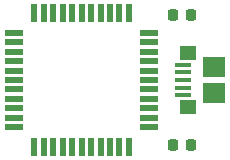
<source format=gtp>
G04 #@! TF.GenerationSoftware,KiCad,Pcbnew,9.0.1-9.0.1-0~ubuntu25.04.1*
G04 #@! TF.CreationDate,2025-05-06T20:57:22+10:00*
G04 #@! TF.ProjectId,MiniUNO,4d696e69-554e-44f2-9e6b-696361645f70,rev?*
G04 #@! TF.SameCoordinates,Original*
G04 #@! TF.FileFunction,Paste,Top*
G04 #@! TF.FilePolarity,Positive*
%FSLAX46Y46*%
G04 Gerber Fmt 4.6, Leading zero omitted, Abs format (unit mm)*
G04 Created by KiCad (PCBNEW 9.0.1-9.0.1-0~ubuntu25.04.1) date 2025-05-06 20:57:22*
%MOMM*%
%LPD*%
G01*
G04 APERTURE LIST*
G04 Aperture macros list*
%AMRoundRect*
0 Rectangle with rounded corners*
0 $1 Rounding radius*
0 $2 $3 $4 $5 $6 $7 $8 $9 X,Y pos of 4 corners*
0 Add a 4 corners polygon primitive as box body*
4,1,4,$2,$3,$4,$5,$6,$7,$8,$9,$2,$3,0*
0 Add four circle primitives for the rounded corners*
1,1,$1+$1,$2,$3*
1,1,$1+$1,$4,$5*
1,1,$1+$1,$6,$7*
1,1,$1+$1,$8,$9*
0 Add four rect primitives between the rounded corners*
20,1,$1+$1,$2,$3,$4,$5,0*
20,1,$1+$1,$4,$5,$6,$7,0*
20,1,$1+$1,$6,$7,$8,$9,0*
20,1,$1+$1,$8,$9,$2,$3,0*%
G04 Aperture macros list end*
%ADD10RoundRect,0.218750X0.218750X0.256250X-0.218750X0.256250X-0.218750X-0.256250X0.218750X-0.256250X0*%
%ADD11R,1.400000X0.400000*%
%ADD12R,1.450000X1.150000*%
%ADD13R,1.900000X1.750000*%
%ADD14R,1.500000X0.550000*%
%ADD15R,0.550000X1.500000*%
G04 APERTURE END LIST*
D10*
G04 #@! TO.C,D1*
X9287500Y5500000D03*
X7712500Y5500000D03*
G04 #@! TD*
D11*
G04 #@! TO.C,J1*
X8550000Y-1300000D03*
X8550000Y-650000D03*
X8550000Y0D03*
X8550000Y650000D03*
X8550000Y1300000D03*
D12*
X8970000Y-2320000D03*
D13*
X11200000Y-1125000D03*
X11200000Y1125000D03*
D12*
X8970000Y2320000D03*
G04 #@! TD*
D10*
G04 #@! TO.C,D2*
X9287500Y-5500000D03*
X7712500Y-5500000D03*
G04 #@! TD*
D14*
G04 #@! TO.C,U1*
X5700000Y-4000000D03*
X5700000Y-3200000D03*
X5700000Y-2400000D03*
X5700000Y-1600000D03*
X5700000Y-800000D03*
X5700000Y0D03*
X5700000Y800000D03*
X5700000Y1600000D03*
X5700000Y2400000D03*
X5700000Y3200000D03*
X5700000Y4000000D03*
D15*
X4000000Y5700000D03*
X3200000Y5700000D03*
X2400000Y5700000D03*
X1600000Y5700000D03*
X800000Y5700000D03*
X0Y5700000D03*
X-800000Y5700000D03*
X-1600000Y5700000D03*
X-2400000Y5700000D03*
X-3200000Y5700000D03*
X-4000000Y5700000D03*
D14*
X-5700000Y4000000D03*
X-5700000Y3200000D03*
X-5700000Y2400000D03*
X-5700000Y1600000D03*
X-5700000Y800000D03*
X-5700000Y0D03*
X-5700000Y-800000D03*
X-5700000Y-1600000D03*
X-5700000Y-2400000D03*
X-5700000Y-3200000D03*
X-5700000Y-4000000D03*
D15*
X-4000000Y-5700000D03*
X-3200000Y-5700000D03*
X-2400000Y-5700000D03*
X-1600000Y-5700000D03*
X-800000Y-5700000D03*
X0Y-5700000D03*
X800000Y-5700000D03*
X1600000Y-5700000D03*
X2400000Y-5700000D03*
X3200000Y-5700000D03*
X4000000Y-5700000D03*
G04 #@! TD*
M02*

</source>
